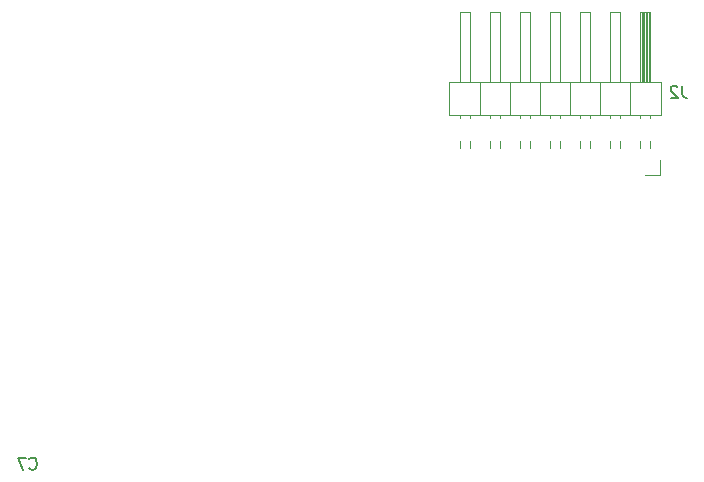
<source format=gbr>
G04 #@! TF.FileFunction,Legend,Bot*
%FSLAX46Y46*%
G04 Gerber Fmt 4.6, Leading zero omitted, Abs format (unit mm)*
G04 Created by KiCad (PCBNEW 4.0.6-e0-6349~52~ubuntu17.04.1) date Sun Jul  9 19:24:51 2017*
%MOMM*%
%LPD*%
G01*
G04 APERTURE LIST*
%ADD10C,0.100000*%
%ADD11C,0.120000*%
%ADD12C,0.150000*%
G04 APERTURE END LIST*
D10*
D11*
X176603000Y-95127000D02*
X173943000Y-95127000D01*
X173943000Y-95127000D02*
X173943000Y-92387000D01*
X173943000Y-92387000D02*
X176603000Y-92387000D01*
X176603000Y-92387000D02*
X176603000Y-95127000D01*
X175653000Y-92387000D02*
X174773000Y-92387000D01*
X174773000Y-92387000D02*
X174773000Y-86387000D01*
X174773000Y-86387000D02*
X175653000Y-86387000D01*
X175653000Y-86387000D02*
X175653000Y-92387000D01*
X175653000Y-95437000D02*
X175653000Y-95127000D01*
X174773000Y-95437000D02*
X174773000Y-95127000D01*
X175653000Y-97977000D02*
X175653000Y-97377000D01*
X174773000Y-97977000D02*
X174773000Y-97377000D01*
X175533000Y-92387000D02*
X175533000Y-86387000D01*
X175413000Y-92387000D02*
X175413000Y-86387000D01*
X175293000Y-92387000D02*
X175293000Y-86387000D01*
X175173000Y-92387000D02*
X175173000Y-86387000D01*
X175053000Y-92387000D02*
X175053000Y-86387000D01*
X174933000Y-92387000D02*
X174933000Y-86387000D01*
X174813000Y-92387000D02*
X174813000Y-86387000D01*
X173943000Y-95127000D02*
X171403000Y-95127000D01*
X171403000Y-95127000D02*
X171403000Y-92387000D01*
X171403000Y-92387000D02*
X173943000Y-92387000D01*
X173943000Y-92387000D02*
X173943000Y-95127000D01*
X173113000Y-92387000D02*
X172233000Y-92387000D01*
X172233000Y-92387000D02*
X172233000Y-86387000D01*
X172233000Y-86387000D02*
X173113000Y-86387000D01*
X173113000Y-86387000D02*
X173113000Y-92387000D01*
X173113000Y-95437000D02*
X173113000Y-95127000D01*
X172233000Y-95437000D02*
X172233000Y-95127000D01*
X173113000Y-97977000D02*
X173113000Y-97377000D01*
X172233000Y-97977000D02*
X172233000Y-97377000D01*
X171403000Y-95127000D02*
X168863000Y-95127000D01*
X168863000Y-95127000D02*
X168863000Y-92387000D01*
X168863000Y-92387000D02*
X171403000Y-92387000D01*
X171403000Y-92387000D02*
X171403000Y-95127000D01*
X170573000Y-92387000D02*
X169693000Y-92387000D01*
X169693000Y-92387000D02*
X169693000Y-86387000D01*
X169693000Y-86387000D02*
X170573000Y-86387000D01*
X170573000Y-86387000D02*
X170573000Y-92387000D01*
X170573000Y-95437000D02*
X170573000Y-95127000D01*
X169693000Y-95437000D02*
X169693000Y-95127000D01*
X170573000Y-97977000D02*
X170573000Y-97377000D01*
X169693000Y-97977000D02*
X169693000Y-97377000D01*
X168863000Y-95127000D02*
X166323000Y-95127000D01*
X166323000Y-95127000D02*
X166323000Y-92387000D01*
X166323000Y-92387000D02*
X168863000Y-92387000D01*
X168863000Y-92387000D02*
X168863000Y-95127000D01*
X168033000Y-92387000D02*
X167153000Y-92387000D01*
X167153000Y-92387000D02*
X167153000Y-86387000D01*
X167153000Y-86387000D02*
X168033000Y-86387000D01*
X168033000Y-86387000D02*
X168033000Y-92387000D01*
X168033000Y-95437000D02*
X168033000Y-95127000D01*
X167153000Y-95437000D02*
X167153000Y-95127000D01*
X168033000Y-97977000D02*
X168033000Y-97377000D01*
X167153000Y-97977000D02*
X167153000Y-97377000D01*
X166323000Y-95127000D02*
X163783000Y-95127000D01*
X163783000Y-95127000D02*
X163783000Y-92387000D01*
X163783000Y-92387000D02*
X166323000Y-92387000D01*
X166323000Y-92387000D02*
X166323000Y-95127000D01*
X165493000Y-92387000D02*
X164613000Y-92387000D01*
X164613000Y-92387000D02*
X164613000Y-86387000D01*
X164613000Y-86387000D02*
X165493000Y-86387000D01*
X165493000Y-86387000D02*
X165493000Y-92387000D01*
X165493000Y-95437000D02*
X165493000Y-95127000D01*
X164613000Y-95437000D02*
X164613000Y-95127000D01*
X165493000Y-97977000D02*
X165493000Y-97377000D01*
X164613000Y-97977000D02*
X164613000Y-97377000D01*
X163783000Y-95127000D02*
X161243000Y-95127000D01*
X161243000Y-95127000D02*
X161243000Y-92387000D01*
X161243000Y-92387000D02*
X163783000Y-92387000D01*
X163783000Y-92387000D02*
X163783000Y-95127000D01*
X162953000Y-92387000D02*
X162073000Y-92387000D01*
X162073000Y-92387000D02*
X162073000Y-86387000D01*
X162073000Y-86387000D02*
X162953000Y-86387000D01*
X162953000Y-86387000D02*
X162953000Y-92387000D01*
X162953000Y-95437000D02*
X162953000Y-95127000D01*
X162073000Y-95437000D02*
X162073000Y-95127000D01*
X162953000Y-97977000D02*
X162953000Y-97377000D01*
X162073000Y-97977000D02*
X162073000Y-97377000D01*
X161243000Y-95127000D02*
X158583000Y-95127000D01*
X158583000Y-95127000D02*
X158583000Y-92387000D01*
X158583000Y-92387000D02*
X161243000Y-92387000D01*
X161243000Y-92387000D02*
X161243000Y-95127000D01*
X160413000Y-92387000D02*
X159533000Y-92387000D01*
X159533000Y-92387000D02*
X159533000Y-86387000D01*
X159533000Y-86387000D02*
X160413000Y-86387000D01*
X160413000Y-86387000D02*
X160413000Y-92387000D01*
X160413000Y-95437000D02*
X160413000Y-95127000D01*
X159533000Y-95437000D02*
X159533000Y-95127000D01*
X160413000Y-97977000D02*
X160413000Y-97377000D01*
X159533000Y-97977000D02*
X159533000Y-97377000D01*
X175213000Y-100217000D02*
X176483000Y-100217000D01*
X176483000Y-100217000D02*
X176483000Y-98947000D01*
D12*
X123102666Y-125071143D02*
X123150285Y-125118762D01*
X123293142Y-125166381D01*
X123388380Y-125166381D01*
X123531238Y-125118762D01*
X123626476Y-125023524D01*
X123674095Y-124928286D01*
X123721714Y-124737810D01*
X123721714Y-124594952D01*
X123674095Y-124404476D01*
X123626476Y-124309238D01*
X123531238Y-124214000D01*
X123388380Y-124166381D01*
X123293142Y-124166381D01*
X123150285Y-124214000D01*
X123102666Y-124261619D01*
X122769333Y-124166381D02*
X122102666Y-124166381D01*
X122531238Y-125166381D01*
X178387333Y-92670381D02*
X178387333Y-93384667D01*
X178434953Y-93527524D01*
X178530191Y-93622762D01*
X178673048Y-93670381D01*
X178768286Y-93670381D01*
X177958762Y-92765619D02*
X177911143Y-92718000D01*
X177815905Y-92670381D01*
X177577809Y-92670381D01*
X177482571Y-92718000D01*
X177434952Y-92765619D01*
X177387333Y-92860857D01*
X177387333Y-92956095D01*
X177434952Y-93098952D01*
X178006381Y-93670381D01*
X177387333Y-93670381D01*
M02*

</source>
